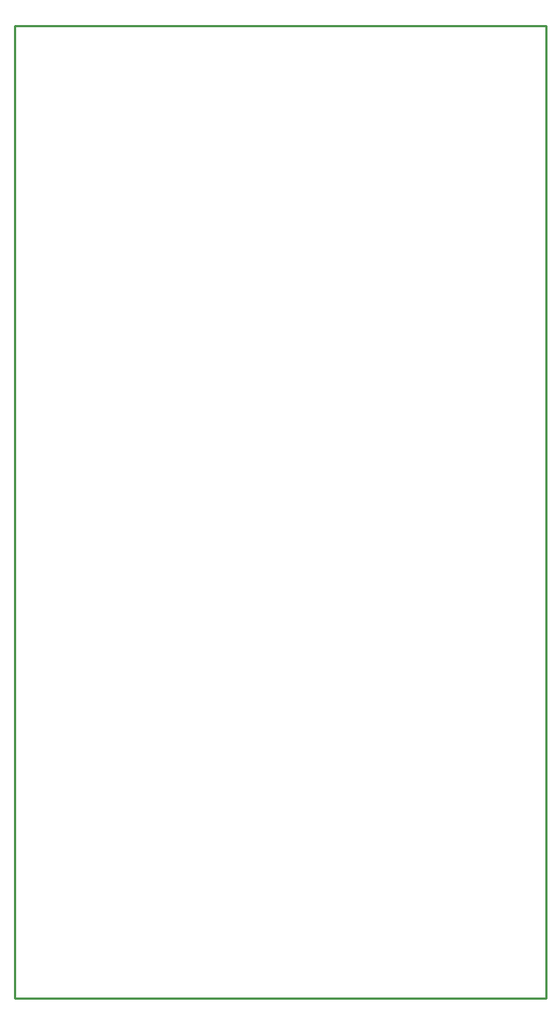
<source format=gko>
G04 Layer: BoardOutlineLayer*
G04 EasyEDA v6.5.51, 2026-01-08 00:26:36*
G04 20534f1d5e454c7f8422adcd5164db7c,ce41bef9852f4de9b562203a7e9bab9e,10*
G04 Gerber Generator version 0.2*
G04 Scale: 100 percent, Rotated: No, Reflected: No *
G04 Dimensions in millimeters *
G04 leading zeros omitted , absolute positions ,4 integer and 5 decimal *
%FSLAX45Y45*%
%MOMM*%

%ADD10C,0.2540*%
%ADD11C,0.0131*%
D10*
X241300Y0D02*
G01*
X6362700Y0D01*
X6362700Y-11188700D01*
X241300Y-11188700D01*
X241300Y0D01*
X241300Y0D01*
X241300Y0D01*

%LPD*%
M02*

</source>
